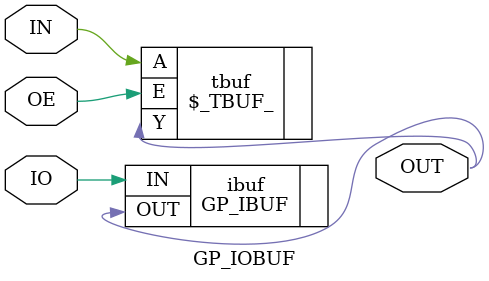
<source format=v>
module GP_IOBUF(input IN, output OUT, input OE, inout IO);

	GP_IBUF ibuf(
		.IN(IO),
		.OUT(OUT)
	);
	
	$_TBUF_ tbuf(
		.A(IN),
		.E(OE),
		.Y(OUT)
	);

endmodule

</source>
